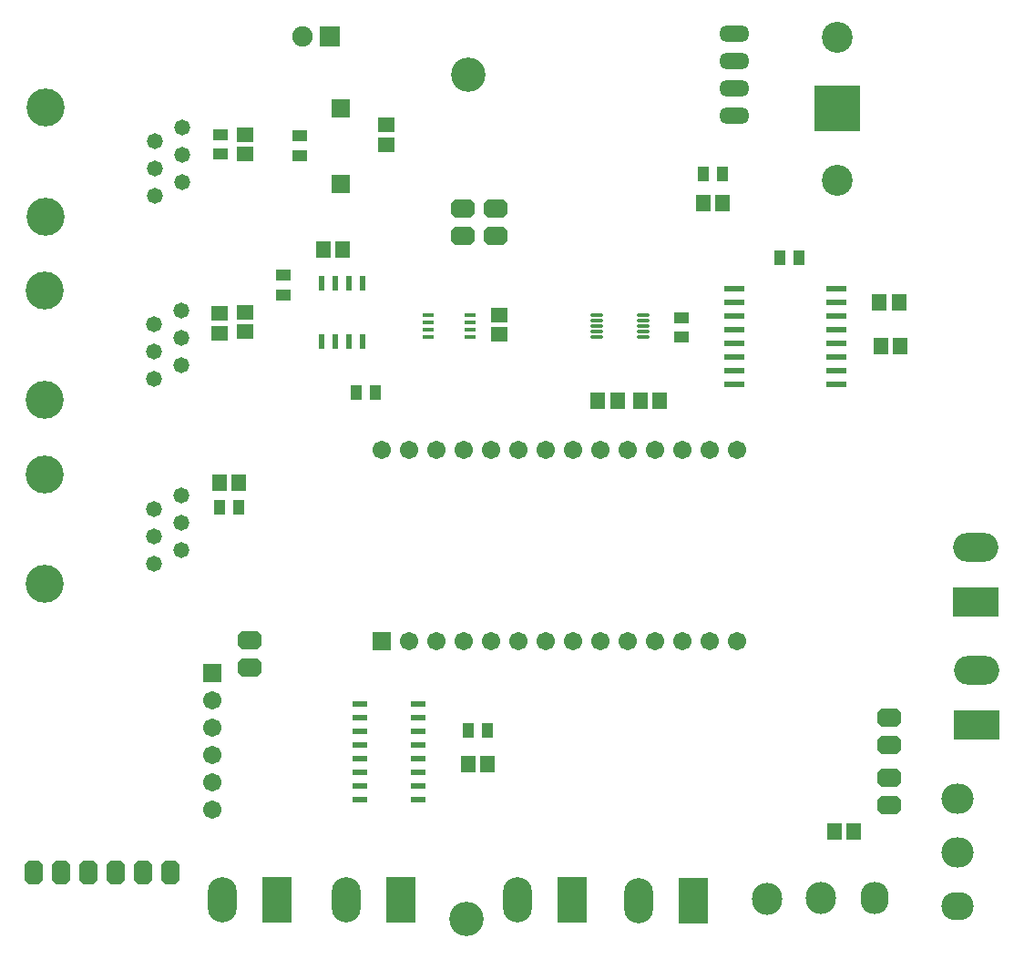
<source format=gts>
%FSTAX25Y25*%
%MOIN*%
%SFA1B1*%

%IPPOS*%
%AMD39*
4,1,8,-0.027000,-0.034000,0.027000,-0.034000,0.044000,-0.017000,0.044000,0.017000,0.027000,0.034000,-0.027000,0.034000,-0.044000,0.017000,-0.044000,-0.017000,-0.027000,-0.034000,0.0*
%
%AMD42*
4,1,8,0.034000,-0.027000,0.034000,0.027000,0.017000,0.044000,-0.017000,0.044000,-0.034000,0.027000,-0.034000,-0.027000,-0.017000,-0.044000,0.017000,-0.044000,0.034000,-0.027000,0.0*
%
%ADD18R,0.074000X0.021000*%
%ADD19R,0.044000X0.057000*%
%ADD22R,0.041500X0.014000*%
%ADD23R,0.057000X0.044000*%
%ADD25R,0.022000X0.057500*%
%ADD27R,0.057500X0.022000*%
%ADD29R,0.055240X0.063120*%
%ADD30R,0.167840X0.167840*%
%ADD31R,0.063120X0.055240*%
%ADD32O,0.049280X0.013840*%
%ADD33R,0.070990X0.070990*%
%ADD34C,0.126110*%
%ADD35O,0.110990X0.059500*%
%ADD36O,0.118240X0.110360*%
%ADD37O,0.118240X0.102490*%
%ADD38C,0.113120*%
G04~CAMADD=39~4~0.0~0.0~880.0~680.0~0.0~170.0~0~0.0~0.0~0.0~0.0~0~0.0~0.0~0.0~0.0~0~0.0~0.0~0.0~180.0~880.0~680.0*
%ADD39D39*%
%ADD40R,0.165480X0.106420*%
%ADD41O,0.165480X0.106420*%
G04~CAMADD=42~4~0.0~0.0~880.0~680.0~0.0~170.0~0~0.0~0.0~0.0~0.0~0~0.0~0.0~0.0~0.0~0~0.0~0.0~0.0~270.0~680.0~880.0*
%ADD42D42*%
%ADD43O,0.106420X0.165480*%
%ADD44R,0.106420X0.165480*%
%ADD45O,0.110360X0.118240*%
%ADD46O,0.102490X0.118240*%
%ADD47R,0.074930X0.074930*%
%ADD48C,0.074930*%
%ADD49C,0.139000*%
%ADD50C,0.058000*%
%ADD51C,0.067060*%
%ADD52R,0.067060X0.067060*%
%ADD53R,0.067060X0.067060*%
%ADD54C,0.067060*%
%LNmulti-sensor_datalogger-1*%
%LPD*%
G54D18*
X028385Y0257D03*
Y0252D03*
Y0247D03*
Y0242D03*
Y0237D03*
Y0232D03*
Y0227D03*
Y0222D03*
X032115D03*
Y0227D03*
Y0232D03*
Y0237D03*
Y0242D03*
Y0247D03*
Y0252D03*
Y0257D03*
G54D19*
X030755Y02685D03*
X030045D03*
X027245Y0299D03*
X027955D03*
X010255Y0177D03*
X009545D03*
X014545Y0219D03*
X015255D03*
X019355Y00955D03*
X018645D03*
G54D22*
X0171925Y0247339D03*
Y024478D03*
Y024222D03*
Y0239661D03*
X0187075D03*
Y024222D03*
Y024478D03*
Y0247339D03*
G54D23*
X0119Y026205D03*
Y025495D03*
X0125Y030595D03*
Y031305D03*
X02645Y023945D03*
Y024655D03*
X0096Y030645D03*
Y031355D03*
G54D25*
X0148Y0259225D03*
X0143D03*
X0138D03*
X0133D03*
Y0237775D03*
X0138D03*
X0143D03*
X0148D03*
G54D27*
X0168225Y0105D03*
Y01D03*
Y0095D03*
Y009D03*
Y0085D03*
Y008D03*
Y0075D03*
Y007D03*
X0146775D03*
Y0075D03*
Y008D03*
Y0085D03*
Y009D03*
Y0095D03*
Y01D03*
Y0105D03*
G54D29*
X0344043Y0252D03*
X0336957D03*
X0327543Y00585D03*
X0320457D03*
X0344543Y0236D03*
X0337457D03*
X0279543Y02885D03*
X0272457D03*
X0233957Y0216D03*
X0241043D03*
X0249457D03*
X0256543D03*
X0140543Y02715D03*
X0133457D03*
X0102543Y0186D03*
X0095457D03*
X0186457Y0083D03*
X0193543D03*
G54D30*
X03215Y0323D03*
G54D31*
X00955Y0248043D03*
Y0240957D03*
X0105Y0248543D03*
Y0241457D03*
X0198Y0247543D03*
Y0240457D03*
X0105Y0306457D03*
Y0313543D03*
X01565Y0309957D03*
Y0317043D03*
G54D32*
X0250366Y0247437D03*
Y0245469D03*
Y02435D03*
Y0241532D03*
Y0239563D03*
X0233634D03*
Y0241532D03*
Y02435D03*
Y0245469D03*
Y0247437D03*
G54D33*
X014Y0295484D03*
Y0323043D03*
G54D34*
X01865Y03355D03*
X0186Y00265D03*
G54D35*
X0284Y03505D03*
Y03405D03*
Y03305D03*
Y03205D03*
G54D36*
X0365583Y0050941D03*
X0365484Y0070527D03*
G54D37*
X0365583Y0031236D03*
G54D38*
X03215Y0296996D03*
Y0349004D03*
G54D39*
X01065Y01285D03*
Y01185D03*
X03405Y01D03*
Y009D03*
Y0068D03*
Y0078D03*
X01845Y02865D03*
Y02765D03*
X01965Y02865D03*
Y02765D03*
G54D40*
X037261Y0097654D03*
X037211Y0142654D03*
G54D41*
X037261Y0117654D03*
X037211Y0162654D03*
G54D42*
X00375Y00435D03*
X00275D03*
X00475D03*
X00575D03*
X00675D03*
X00775D03*
G54D43*
X0096346Y003361D03*
X0248846Y003311D03*
X0204346Y003361D03*
X0141846D03*
G54D44*
X0116346Y003361D03*
X0268846Y003311D03*
X0224346Y003361D03*
X0161846D03*
G54D45*
X0295972Y0033984D03*
X0315559Y0034083D03*
G54D46*
X0335264Y0034083D03*
G54D47*
X0136Y03495D03*
G54D48*
X0126Y03495D03*
G54D49*
X0032Y02835D03*
Y03235D03*
X00315Y02165D03*
Y02565D03*
Y0149D03*
Y0189D03*
G54D50*
X0072Y0291D03*
X0082Y0296D03*
X0072Y0301D03*
X0082Y0306D03*
X0072Y0311D03*
X0082Y0316D03*
X00715Y0224D03*
X00815Y0229D03*
X00715Y0234D03*
X00815Y0239D03*
X00715Y0244D03*
X00815Y0249D03*
X00715Y01565D03*
X00815Y01615D03*
X00715Y01665D03*
X00815Y01715D03*
X00715Y01765D03*
X00815Y01815D03*
G54D51*
X0285Y0198D03*
X0275D03*
X0265D03*
X0255D03*
X0245D03*
X0235D03*
X0225D03*
X0215D03*
X0205D03*
X0195D03*
X0185D03*
X0175D03*
X0165D03*
X0285Y0128D03*
X0275D03*
X0265D03*
X0255D03*
X0245D03*
X0235D03*
X0225D03*
X0215D03*
X0205D03*
X0195D03*
X0185D03*
X0175D03*
X0165D03*
X0155Y0198D03*
G54D52*
X0155Y0128D03*
G54D53*
X0093Y01165D03*
G54D54*
X0093Y01065D03*
Y00965D03*
Y00865D03*
Y00765D03*
Y00665D03*
M02*
</source>
